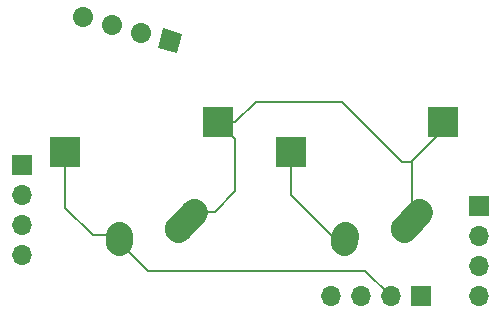
<source format=gbr>
G04 #@! TF.GenerationSoftware,KiCad,Pcbnew,(5.1.4)-1*
G04 #@! TF.CreationDate,2023-06-17T18:34:11-04:00*
G04 #@! TF.ProjectId,ThumbsUp,5468756d-6273-4557-902e-6b696361645f,rev?*
G04 #@! TF.SameCoordinates,Original*
G04 #@! TF.FileFunction,Copper,L2,Bot*
G04 #@! TF.FilePolarity,Positive*
%FSLAX46Y46*%
G04 Gerber Fmt 4.6, Leading zero omitted, Abs format (unit mm)*
G04 Created by KiCad (PCBNEW (5.1.4)-1) date 2023-06-17 18:34:11*
%MOMM*%
%LPD*%
G04 APERTURE LIST*
%ADD10C,1.700000*%
%ADD11C,1.700000*%
%ADD12C,0.100000*%
%ADD13O,1.700000X1.700000*%
%ADD14R,1.700000X1.700000*%
%ADD15R,2.550000X2.500000*%
%ADD16C,2.250000*%
%ADD17C,2.250000*%
%ADD18C,0.200000*%
%ADD19C,0.250000*%
G04 APERTURE END LIST*
D10*
X161731252Y-333404931D03*
D11*
X161731252Y-333404931D02*
X161731252Y-333404931D01*
D10*
X164184704Y-334062331D03*
D11*
X164184704Y-334062331D02*
X164184704Y-334062331D01*
D10*
X166638155Y-334719732D03*
D11*
X166638155Y-334719732D02*
X166638155Y-334719732D01*
D10*
X169091607Y-335377132D03*
D12*
G36*
X169692648Y-336418165D02*
G01*
X168050574Y-335978173D01*
X168490566Y-334336099D01*
X170132640Y-334776091D01*
X169692648Y-336418165D01*
X169692648Y-336418165D01*
G37*
D13*
X156554489Y-353479102D03*
X156554489Y-350939102D03*
X156554489Y-348399102D03*
D14*
X156554489Y-345859102D03*
D13*
X195276987Y-356963573D03*
X195276987Y-354423573D03*
X195276987Y-351883573D03*
D14*
X195276987Y-349343573D03*
D13*
X182686132Y-357031045D03*
X185226132Y-357031045D03*
X187766132Y-357031045D03*
D14*
X190306132Y-357031045D03*
D15*
X179294545Y-344811918D03*
X192221545Y-342271918D03*
D16*
X188879545Y-351351918D03*
X189534544Y-350621918D03*
D17*
X190189545Y-349891918D02*
X188879543Y-351351918D01*
D16*
X183839545Y-352431918D03*
X183859545Y-352141918D03*
D17*
X183879545Y-351851918D02*
X183839545Y-352431918D01*
D15*
X160215000Y-344811918D03*
X173142000Y-342271918D03*
D16*
X169800000Y-351351918D03*
X170454999Y-350621918D03*
D17*
X171110000Y-349891918D02*
X169799998Y-351351918D01*
D16*
X164760000Y-352431918D03*
X164780000Y-352141918D03*
D17*
X164800000Y-351851918D02*
X164760000Y-352431918D01*
D18*
X182701918Y-351851918D02*
X179294545Y-348444545D01*
X183879545Y-351851918D02*
X182701918Y-351851918D01*
X179294545Y-348444545D02*
X179294545Y-344811918D01*
X173142000Y-342271918D02*
X174617000Y-342271918D01*
X192221545Y-342271918D02*
X192221545Y-342971545D01*
X174617000Y-342271918D02*
X176344001Y-340544917D01*
X172858082Y-349891918D02*
X174617000Y-348133000D01*
X189600000Y-349302373D02*
X190189545Y-349891918D01*
X188700000Y-345625000D02*
X189600000Y-345625000D01*
X183619917Y-340544917D02*
X188700000Y-345625000D01*
X189600000Y-345593090D02*
X189600000Y-349302373D01*
X176344001Y-340544917D02*
X183619917Y-340544917D01*
X192221545Y-342971545D02*
X189600000Y-345593090D01*
X171110000Y-349891918D02*
X172858082Y-349891918D01*
X174617000Y-348133000D02*
X174617000Y-343721918D01*
X174617000Y-343721918D02*
X173167000Y-342271918D01*
X173167000Y-342271918D02*
X173142000Y-342271918D01*
X192196545Y-342271918D02*
X192221545Y-342271918D01*
X164800000Y-351851918D02*
X162551918Y-351851918D01*
X162551918Y-351851918D02*
X160215000Y-349515000D01*
X187766132Y-357031045D02*
X185635087Y-354900000D01*
X167228082Y-354900000D02*
X164760000Y-352431918D01*
X160215000Y-349515000D02*
X160215000Y-344811918D01*
D19*
X160956010Y-343953990D02*
X159604545Y-345305455D01*
D18*
X185635087Y-354900000D02*
X167228082Y-354900000D01*
M02*

</source>
